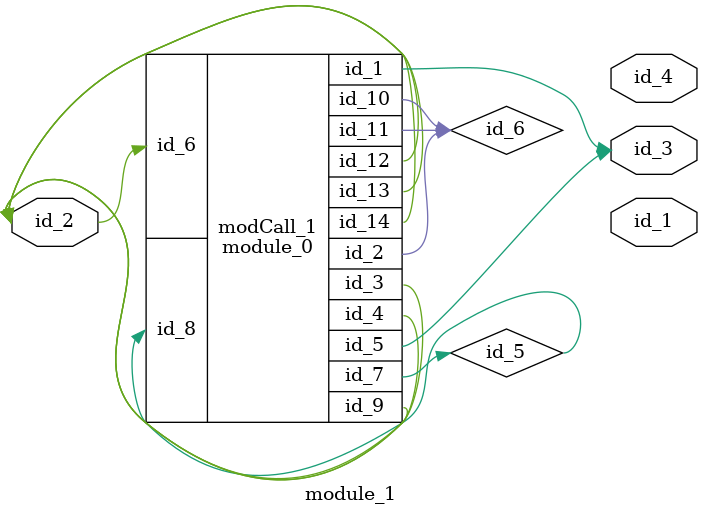
<source format=v>
module module_0 (
    id_1,
    id_2,
    id_3,
    id_4,
    id_5,
    id_6,
    id_7,
    id_8,
    id_9,
    id_10,
    id_11,
    id_12,
    id_13,
    id_14
);
  inout wire id_14;
  inout wire id_13;
  inout wire id_12;
  inout wire id_11;
  inout wire id_10;
  inout wire id_9;
  input wire id_8;
  inout wire id_7;
  input wire id_6;
  output wire id_5;
  inout wire id_4;
  inout wire id_3;
  inout wire id_2;
  output wire id_1;
  wire id_15;
  wire id_16;
endmodule
module module_1 (
    id_1,
    id_2,
    id_3,
    id_4
);
  output wire id_4;
  output wire id_3;
  inout wire id_2;
  output wire id_1;
  wire id_5;
  wire id_6;
  module_0 modCall_1 (
      id_3,
      id_6,
      id_2,
      id_2,
      id_3,
      id_2,
      id_5,
      id_5,
      id_2,
      id_6,
      id_6,
      id_2,
      id_2,
      id_2
  );
  assign id_1[1] = !id_2 ? 1 : 1;
endmodule

</source>
